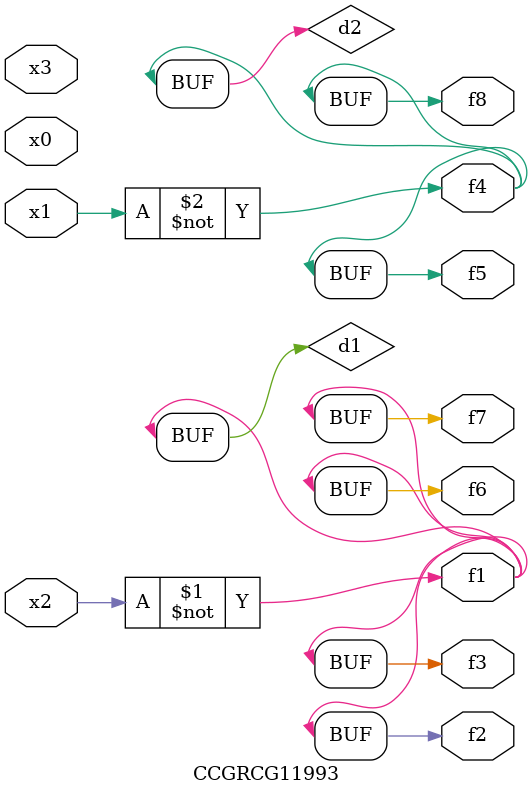
<source format=v>
module CCGRCG11993(
	input x0, x1, x2, x3,
	output f1, f2, f3, f4, f5, f6, f7, f8
);

	wire d1, d2;

	xnor (d1, x2);
	not (d2, x1);
	assign f1 = d1;
	assign f2 = d1;
	assign f3 = d1;
	assign f4 = d2;
	assign f5 = d2;
	assign f6 = d1;
	assign f7 = d1;
	assign f8 = d2;
endmodule

</source>
